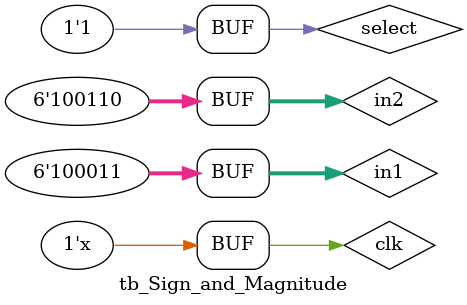
<source format=v>

`timescale 1ns / 1ns

module full_add(in1,in2,cin,s,cout);

input in1;
input in2;
input cin;
output s,cout;

assign s = (in1^in2)^cin;
assign cout = ((in1&in2) | ((in1^in2)&cin));

endmodule

module change(in,out);
    input [5:0]in;
    output [5:0]out;
    
    assign out = ~in;
endmodule

module delay1(in,clk,out);
    input in,clk;
    output reg out;
    
    always@(posedge clk)begin
        out<=in;
    end
endmodule

module delay2(in,clk,out);
    input in,clk;
    output reg out;
    
    reg r_data;
    
    always@(posedge clk) begin
    
        r_data <= in;
        out <= r_data;
    end    
    
endmodule

module delay3(in,clk,out);
    input in,clk;
    output reg out;
    
    reg [1:0]r_data;
    
    always@(posedge clk)begin
    
        r_data[0] <= in;
        r_data[1] <= r_data[0];
        out <= r_data[1];
    end
endmodule

module delay4(in,clk,out);
    input in,clk;
    output reg out;
    
    reg [2:0]r_data;
    
    always@(posedge clk)begin
    
        r_data[0] <= in;
        r_data[1] <= r_data[0];
        r_data[2] <= r_data[1];
        out <= r_data[2];
    end
endmodule

module delay5(in,clk,out);
    input in,clk;
    output reg out;
    
    reg [3:0]r_data;
    
    always@(posedge clk)begin
    
        r_data[0] <= in;
        r_data[1] <= r_data[0];
        r_data[2] <= r_data[1];
        r_data[3] <= r_data[2];
        out <= r_data[3];
    end
endmodule

module delay6(in,clk,out);
    input in,clk;
    output reg out;
    
    reg [4:0]r_data;
    
    always@(posedge clk)begin
    
        r_data[0] <= in;
        r_data[1] <= r_data[0];
        r_data[2] <= r_data[1];
        r_data[3] <= r_data[2];
        r_data[4] <= r_data[3];
        out <= r_data[4];
    end
endmodule

module delay7(in,clk,out);
    input in,clk;
    output reg out;
    
    reg [5:0]r_data;
    
    always@(posedge clk)begin
    
        r_data[0] <= in;
        r_data[1] <= r_data[0];
        r_data[2] <= r_data[1];
        r_data[3] <= r_data[2];
        r_data[4] <= r_data[3];
        r_data[5] <= r_data[4];
        out <= r_data[5];
    end
endmodule

module delay7_5(in,clk,out);
    input [4:0]in;
    input clk;
    output reg [4:0]out;
    
    reg [4:0]r_data[0:5];
    
    always@(posedge clk)begin
    
        r_data[0] <= in;
        r_data[1] <= r_data[0];
        r_data[2] <= r_data[1];
        r_data[3] <= r_data[2];
        r_data[4] <= r_data[3];
        r_data[5] <= r_data[4];
        out <= r_data[5];
    end
endmodule

module delay8(in,clk,out);
    input in,clk;
    output reg out;
    
    reg [6:0]r_data;
    
    always@(posedge clk)begin
    
        r_data[0] <= in;
        r_data[1] <= r_data[0];
        r_data[2] <= r_data[1];
        r_data[3] <= r_data[2];
        r_data[4] <= r_data[3];
        r_data[5] <= r_data[4];
        r_data[6] <= r_data[5];
        out <= r_data[6];
    end
endmodule


module adder(clk,in1,in2,cin,s);
    input clk;
    input [6:0]in1;
    input [6:0]in2;
    input cin;
    output [6:0]s;
    
    wire [6:0]in1_1;
    wire [6:0]in2_1;
    wire cin2;
    wire [6:0]c;
    wire [5:0]c2;
    wire [6:0]out;
    
    delay1 d1(in1[0],clk,in1_1[0]);
    delay1 d2(in2[0],clk,in2_1[0]);
    delay1 d3(cin,clk,cin2);
    full_add add1(in1_1[0],in2_1[0],cin2,out[0],c[0]);
    delay6 d4(out[0],clk,s[0]);
    
    delay1 d5(c[0],clk,c2[0]);
    delay2 d6(in1[1],clk,in1_1[1]);
    delay2 d7(in2[1],clk,in2_1[1]);
    full_add add2(in1_1[1],in2_1[1],c2[0],out[1],c[1]);
    delay5 d8(out[1],clk,s[1]);
    
    delay1 d9(c[1],clk,c2[1]);
    delay3 d10(in1[2],clk,in1_1[2]);
    delay3 d11(in2[2],clk,in2_1[2]);
    full_add add3(in1_1[2],in2_1[2],c2[1],out[2],c[2]);
    delay4 d12(out[2],clk,s[2]);
    
    delay1 d13(c[2],clk,c2[2]);
    delay4 d14(in1[3],clk,in1_1[3]);
    delay4 d15(in2[3],clk,in2_1[3]);
    full_add add4(in1_1[3],in2_1[3],c2[2],out[3],c[3]);
    delay3 d16(out[3],clk,s[3]);
    
    delay1 d17(c[3],clk,c2[3]);
    delay5 d18(in1[4],clk,in1_1[4]);
    delay5 d19(in2[4],clk,in2_1[4]);
    full_add add5(in1_1[4],in2_1[4],c2[3],out[4],c[4]);
    delay2 d20(out[4],clk,s[4]);
    
    delay1 d21(c[4],clk,c2[4]);
    delay6 d22(in1[5],clk,in1_1[5]);
    delay6 d23(in2[5],clk,in2_1[5]);
    full_add add6(in1_1[5],in2_1[5],c2[4],out[5],c[5]);
    delay1 d24(out[5],clk,s[5]);
    
    delay1 d25(c[5],clk,c2[5]);
    delay7 d26(in1[6],clk,in1_1[6]);
    delay7 d27(in2[6],clk,in2_1[6]);
    full_add add7(in1_1[6],in2_1[6],c2[5],out[6],c[6]);
    
    assign s[6] = out[6];

endmodule

module sub2(clk,in1,in2,cin,s2);
    input clk;
    input [6:0]in1;
    input [6:0]in2;
    input cin;
    output [6:0]s2;
    wire [6:0]s;
    wire [6:0]in1_1;
    wire [6:0]in2_1;
    wire cin2;
    wire [6:0]c;
    wire [5:0]c2;
    wire [6:0]out;
    
wire a2;
wire a3;
assign a2 = 1;
    delay1 d111(in1[0],clk,in1_1[0]);
    delay1 d211(in2[0],clk,in2_1[0]);
    delay1 d311(cin,clk,cin2);
    full_add add111(in1_1[0],in2_1[0],cin2,out[0],c[0]);
    delay6 d411(out[0],clk,s[0]);
    
    delay1 d511(c[0],clk,c2[0]);
    delay2 d611(in1[1],clk,in1_1[1]);
    delay2 d711(in2[1],clk,in2_1[1]);
    full_add add211(in1_1[1],in2_1[1],c2[0],out[1],c[1]);
    delay5 d811(out[1],clk,s[1]);
    
    delay1 d911(c[1],clk,c2[1]);
    delay3 d1011(in1[2],clk,in1_1[2]);
    delay3 d1111(in2[2],clk,in2_1[2]);
    full_add add311(in1_1[2],in2_1[2],c2[1],out[2],c[2]);
    delay4 d1211(out[2],clk,s[2]);
    
    delay1 d1311(c[2],clk,c2[2]);
    delay4 d1411(in1[3],clk,in1_1[3]);
    delay4 d1511(in2[3],clk,in2_1[3]);
    full_add add411(in1_1[3],in2_1[3],c2[2],out[3],c[3]);
    delay3 d1611(out[3],clk,s[3]);
    
    delay1 d1711(c[3],clk,c2[3]);
    delay5 d1811(in1[4],clk,in1_1[4]);
    delay5 d1911(in2[4],clk,in2_1[4]);
    full_add add511(in1_1[4],in2_1[4],c2[3],out[4],c[4]);
    delay2 d2011(out[4],clk,s[4]);
    
    delay1 d2111(c[4],clk,c2[4]);
    delay6 d2211(in1[5],clk,in1_1[5]);
    delay6 d2311(in2[5],clk,in2_1[5]);
    full_add add611(in1_1[5],in2_1[5],c2[4],out[5],c[5]);
    delay1 d2411(out[5],clk,s[5]);
    
    delay1 d2511(c[5],clk,c2[5]);
    delay7 d2611(in1[6],clk,in1_1[6]);
    delay7 d2711(in2[6],clk,in2_1[6]);
    full_add add711(in1_1[6],in2_1[6],c2[5],out[6],c[6]);
    
    assign s[6] = out[6];

change change311(s[5:0],s2[5:0]);
delay7 d2811(a2,clk,a3);
assign s2[6] = a3;
endmodule

module change_sign(in,out);
    input [5:0]in;
    output [5:0]out;
    
    assign out[4:0]=in[4:0];
    assign out[5]=~in[5];

endmodule

module sub(clk,in1,in2,out); //in1? ??? ? 
    input clk;
    input [5:0]in1;
    input [5:0]in2;
    output reg[6:0]out;
    
    wire [5:0]change_in1;
    wire [6:0]a1;
    wire [6:0]b1;
    wire [6:0]out1;
    
    wire [5:0]change_in2;
    wire [6:0]a2;
    wire [6:0]b2;
    wire [6:0]out2;

wire [4:0]in_1;
wire [4:0]in_2;

delay7_5 delay_2(in1[4:0],clk,in_1);
delay7_5 delay_3(in2[4:0],clk,in_2);
    //in1? ???? |a| < |b| ? ? 
    assign a1[4:0] = in1[4:0];
    assign a1[5] = 0; // 7bit? ????
    assign b1[4:0] = in2[4:0];
    assign b1[6:5] = 2'b00; // 7bit? ????
    change change0(a1[5:0],change_in1); //~? ??
    adder adder1(clk,{1'b1,change_in1},b1,1,out1); // a? ??? ??? ???
    
    //in1? ???? |a| > |b| ? ? 
    assign a2[4:0] = in1[4:0];
    assign a2[5] = 0; // 7bit? ????
    assign b2[4:0] = in2[4:0];
    assign b2[6:5] = 2'b00; // 7bit? ????
    change change3(a2[5:0],change_in2); //~? ??
    sub2 sub3(clk,{1'b1,change_in2},b2,0,out2); // a? ??? ??? ???
    
    
    always@(*)begin
        if(in_1<=in_2)begin
            out=out1;
        end
        else if(in_1>in_2)begin
            out=out2;
        end
    end
endmodule

module top_sign(clk,select,a,b,s);
input clk;
input select;
input [5:0]a;
input [5:0]b;
output reg [6:0]s;

wire select2;
wire [5:0]in1;
wire [5:0]in2;
wire [6:0]out1;
wire [5:0]in3;
wire [5:0]in4;
wire [5:0]in5;
wire [5:0]in6;
wire [5:0]in7;
wire [5:0]in8;
wire [5:0]in9;
wire [5:0]in10;
wire [6:0]out2;
wire [6:0]out3;
wire [6:0]out4;
wire [6:0]out5;
wire aa;
wire bb;


assign in1 = a;
assign in2 = b;
assign in3 = a;
assign in4 = b;
assign in5 = a;
assign in6 = b;
assign in7 = a;
assign in8[4:0] = b[4:0];
assign in9 = a;
assign in10[4:0] = b[4:0];


//change_sign change1(in7,in8); //a? ?? ??
//change_sign change2(in9,in10); //b? ?? ??

//a,b ?? ?? ? ?
adder adder0(clk,{1'b0,in1},{1'b0,in2},0,out1); //a+b, -a-b
sub sub0(clk,in3,in4,out2); //-a+b
sub sub1(clk,in6,in5,out3); //-b+a

assign in8[5]=0;
adder adder9(clk,{1'b0,in7},{1'b0,in8},0,out4); 


assign in10[5]=1;
adder adder10(clk,{1'b0,in9},{1'b0,in10},0,out5);

delay7 d28(select,clk,select2);
delay7 d_5(a[5],clk,aa);
delay7 d_6(b[5],clk,bb);


always @ (*) begin
    if((aa==0) && (bb==0) && (select2==0))begin // ?) 000111+001001
        s = out1;
        end
    else if((aa==0) && (bb==0) && (select2==1))begin // 000111-001001
        s = out3;
        end
    else if((aa==0) && (bb==1) && (select2==0))begin // 000111+101001 = 000111-001001
        s = out3;
        end
    else if((aa==0) && (bb==1) && (select2==1))begin // 000111-101001 = 000111+001001
        s = out4;
        end
    else if((aa==1) && (bb==0) && (select2==0))begin // 100111+001001 = -000111+001001
        s = out2;
        end
    else if((aa==1) && (bb==0) && (select2==1))begin // 100111-001001 = -000111-001001
        s = out5;
        end
    else if((aa==1) && (bb==1) && (select2==0))begin // 100111+101001 = -000111-001001
        s = out1;
        end
    else if((aa==1) && (bb==1) && (select2==1))begin // 100111-101001 = -000111+001001
        s = out2;
        end
end 


endmodule


module tb_Sign_and_Magnitude();
reg clk=0;
reg select;
reg [5:0]in1;
reg [5:0]in2;
wire [6:0]sum;
//wire select2;


//delay8 delay28(select,clk,select2);
top_sign top_sign0(clk,select,in1,in2,sum);

always #5 clk=~clk;

initial begin

//    A,B ?? ??
    select=0;in1=6'b000111;in2=6'b000001; // a > b
    #50
    select=1;in1=6'b000111;in2=6'b000001; // a > b
    #50
    select=0;in1=6'b000011;in2=6'b001011; // a < b
    #50
    select=1;in1=6'b000101;in2=6'b001001; // a < b
    #50
//    A,B ?? ??
    select=0;in1=6'b101011;in2=6'b100001; // a > b 
    #50
    select=0;in1=6'b101010;in2=6'b100110; // a > b
    #50
    select=1;in1=6'b100010;in2=6'b101011; // a < b
    #50
    select=1;in1=6'b100011;in2=6'b100110; // a < b

    //A,B -,+
//    select=0;in1=6'b101011;in2=6'b000001; // a > b 
//    #50
//    select=1;in1=6'b101010;in2=6'b000110; // a > b
//    #50
//    select=0;in1=6'b100010;in2=6'b001011; // a < b
//    #50
//    select=0;in1=6'b100011;in2=6'b000110; // a < b
//    #50
    //A,B +,-
//    select=0;in1=6'b001011;in2=6'b100001; // a > b 
//    #50
//    select=1;in1=6'b001010;in2=6'b100110; // a > b
//    #50
//    select=0;in1=6'b000010;in2=6'b101011; // a < b
//    #50
//    select=1;in1=6'b000011;in2=6'b100110; // a < b

end

endmodule
</source>
